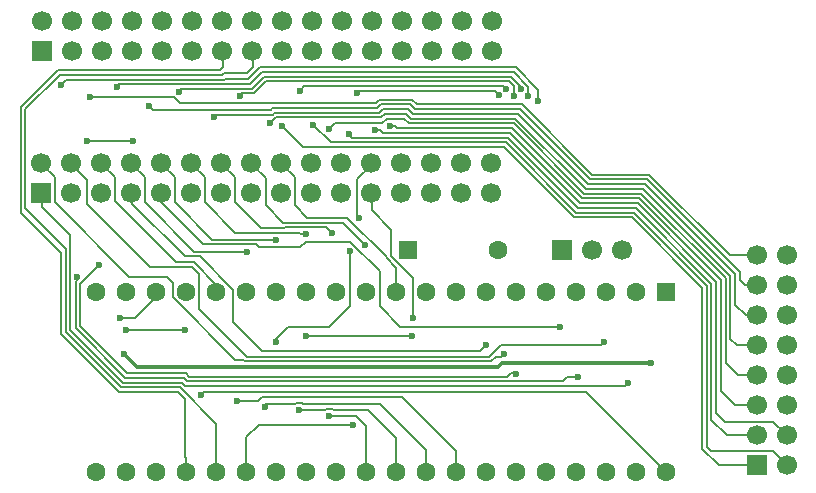
<source format=gbr>
%TF.GenerationSoftware,KiCad,Pcbnew,9.0.3*%
%TF.CreationDate,2025-09-27T11:53:30-04:00*%
%TF.ProjectId,6502-interposer,36353032-2d69-46e7-9465-72706f736572,rev?*%
%TF.SameCoordinates,Original*%
%TF.FileFunction,Copper,L2,Bot*%
%TF.FilePolarity,Positive*%
%FSLAX46Y46*%
G04 Gerber Fmt 4.6, Leading zero omitted, Abs format (unit mm)*
G04 Created by KiCad (PCBNEW 9.0.3) date 2025-09-27 11:53:30*
%MOMM*%
%LPD*%
G01*
G04 APERTURE LIST*
G04 Aperture macros list*
%AMRoundRect*
0 Rectangle with rounded corners*
0 $1 Rounding radius*
0 $2 $3 $4 $5 $6 $7 $8 $9 X,Y pos of 4 corners*
0 Add a 4 corners polygon primitive as box body*
4,1,4,$2,$3,$4,$5,$6,$7,$8,$9,$2,$3,0*
0 Add four circle primitives for the rounded corners*
1,1,$1+$1,$2,$3*
1,1,$1+$1,$4,$5*
1,1,$1+$1,$6,$7*
1,1,$1+$1,$8,$9*
0 Add four rect primitives between the rounded corners*
20,1,$1+$1,$2,$3,$4,$5,0*
20,1,$1+$1,$4,$5,$6,$7,0*
20,1,$1+$1,$6,$7,$8,$9,0*
20,1,$1+$1,$8,$9,$2,$3,0*%
G04 Aperture macros list end*
%TA.AperFunction,ComponentPad*%
%ADD10RoundRect,0.250000X-0.550000X-0.550000X0.550000X-0.550000X0.550000X0.550000X-0.550000X0.550000X0*%
%TD*%
%TA.AperFunction,ComponentPad*%
%ADD11C,1.600000*%
%TD*%
%TA.AperFunction,ComponentPad*%
%ADD12R,1.700000X1.700000*%
%TD*%
%TA.AperFunction,ComponentPad*%
%ADD13C,1.700000*%
%TD*%
%TA.AperFunction,ComponentPad*%
%ADD14RoundRect,0.250000X-0.550000X0.550000X-0.550000X-0.550000X0.550000X-0.550000X0.550000X0.550000X0*%
%TD*%
%TA.AperFunction,ViaPad*%
%ADD15C,0.600000*%
%TD*%
%TA.AperFunction,Conductor*%
%ADD16C,0.200000*%
%TD*%
%TA.AperFunction,Conductor*%
%ADD17C,0.300000*%
%TD*%
G04 APERTURE END LIST*
D10*
%TO.P,D1,1,K*%
%TO.N,/vcc2*%
X78690000Y-61000000D03*
D11*
%TO.P,D1,2,A*%
%TO.N,Net-(D1-A)*%
X86310000Y-61000000D03*
%TD*%
D12*
%TO.P,J2,1,CH-1*%
%TO.N,/A8*%
X47660000Y-44140000D03*
D13*
%TO.P,J2,2,CH-2*%
%TO.N,/A9*%
X50200000Y-44140000D03*
%TO.P,J2,3,CH-3*%
%TO.N,/A10*%
X52740000Y-44140000D03*
%TO.P,J2,4,CH-4*%
%TO.N,/A11*%
X55280000Y-44140000D03*
%TO.P,J2,5,CH-5*%
%TO.N,/A12*%
X57820000Y-44140000D03*
%TO.P,J2,6,CH-6*%
%TO.N,/A13*%
X60360000Y-44140000D03*
%TO.P,J2,7,CH-7*%
%TO.N,/A14*%
X62900000Y-44140000D03*
%TO.P,J2,8,CH-8*%
%TO.N,/A15*%
X65440000Y-44140000D03*
%TO.P,J2,9,CH-9*%
%TO.N,/Opt2.1*%
X67980000Y-44140000D03*
%TO.P,J2,10,CH-10*%
%TO.N,/Opt2.2*%
X70520000Y-44140000D03*
%TO.P,J2,11,CH-11*%
%TO.N,/Opt2.3*%
X73060000Y-44140000D03*
%TO.P,J2,12,CH-12*%
%TO.N,/Opt2.4*%
X75600000Y-44140000D03*
%TO.P,J2,13,3V3*%
%TO.N,unconnected-(J2-3V3-Pad13)*%
X78140000Y-44140000D03*
%TO.P,J2,14,5V0*%
%TO.N,/vcc2*%
X80680000Y-44140000D03*
%TO.P,J2,15,VRF*%
%TO.N,+5V*%
X83220000Y-44140000D03*
%TO.P,J2,16,GND*%
%TO.N,GND*%
X85760000Y-44140000D03*
X85760000Y-41600000D03*
%TO.P,J2,18,TRG*%
%TO.N,unconnected-(J2-TRG-Pad18)*%
X83220000Y-41600000D03*
%TO.P,J2,19,5V0*%
%TO.N,/vcc2*%
X80680000Y-41600000D03*
%TO.P,J2,20,3V3*%
%TO.N,unconnected-(J2-3V3-Pad20)*%
X78140000Y-41600000D03*
%TO.P,J2,21,CH-13*%
%TO.N,/Opt2.5*%
X75600000Y-41600000D03*
%TO.P,J2,22,CH-14*%
%TO.N,/Opt2.6*%
X73060000Y-41600000D03*
%TO.P,J2,23,CH-15*%
%TO.N,/Opt2.7*%
X70520000Y-41600000D03*
%TO.P,J2,24,CH-16*%
%TO.N,/Opt2.8*%
X67980000Y-41600000D03*
%TO.P,J2,25,CH-17*%
%TO.N,/Opt2.9*%
X65440000Y-41600000D03*
%TO.P,J2,26,CH-18*%
%TO.N,/Opt2.10*%
X62900000Y-41600000D03*
%TO.P,J2,27,CH-19*%
%TO.N,/Opt2.11*%
X60360000Y-41600000D03*
%TO.P,J2,28,CH-20*%
%TO.N,/Opt2.12*%
X57820000Y-41600000D03*
%TO.P,J2,29,CH-21*%
%TO.N,/Opt2.13*%
X55280000Y-41600000D03*
%TO.P,J2,30,CH-22*%
%TO.N,/Opt2.14*%
X52740000Y-41600000D03*
%TO.P,J2,31,CH-23*%
%TO.N,/Opt2.15*%
X50200000Y-41600000D03*
%TO.P,J2,32,CH-24*%
%TO.N,/Opt2.16*%
X47660000Y-41600000D03*
%TD*%
D12*
%TO.P,JP1,1,A*%
%TO.N,unconnected-(JP1-A-Pad1)*%
X91670000Y-61000000D03*
D13*
%TO.P,JP1,2,C*%
%TO.N,+5V*%
X94210000Y-61000000D03*
%TO.P,JP1,3,B*%
%TO.N,Net-(D1-A)*%
X96750000Y-61000000D03*
%TD*%
D14*
%TO.P,U1,1,VSS*%
%TO.N,GND*%
X100500000Y-64510000D03*
D11*
%TO.P,U1,2,RDY*%
%TO.N,/RDY*%
X97960000Y-64510000D03*
%TO.P,U1,3,\u03D51*%
%TO.N,/\u03D51*%
X95420000Y-64510000D03*
%TO.P,U1,4,~{IRQ}*%
%TO.N,/~{IRQ}*%
X92880000Y-64510000D03*
%TO.P,U1,5,nc*%
%TO.N,unconnected-(U1-nc-Pad5)*%
X90340000Y-64510000D03*
%TO.P,U1,6,~{NMI}*%
%TO.N,/~{NMI}*%
X87800000Y-64510000D03*
%TO.P,U1,7,SYNC*%
%TO.N,/SYNC*%
X85260000Y-64510000D03*
%TO.P,U1,8,VCC*%
%TO.N,+5V*%
X82720000Y-64510000D03*
%TO.P,U1,9,A0*%
%TO.N,/A0*%
X80180000Y-64510000D03*
%TO.P,U1,10,A1*%
%TO.N,/A1*%
X77640000Y-64510000D03*
%TO.P,U1,11,A2*%
%TO.N,/A2*%
X75100000Y-64510000D03*
%TO.P,U1,12,A3*%
%TO.N,/A3*%
X72560000Y-64510000D03*
%TO.P,U1,13,A4*%
%TO.N,/A4*%
X70020000Y-64510000D03*
%TO.P,U1,14,A5*%
%TO.N,/A5*%
X67480000Y-64510000D03*
%TO.P,U1,15,A6*%
%TO.N,/A6*%
X64940000Y-64510000D03*
%TO.P,U1,16,A7*%
%TO.N,/A7*%
X62400000Y-64510000D03*
%TO.P,U1,17,A8*%
%TO.N,/A8*%
X59860000Y-64510000D03*
%TO.P,U1,18,A9*%
%TO.N,/A9*%
X57320000Y-64510000D03*
%TO.P,U1,19,A10*%
%TO.N,/A10*%
X54780000Y-64510000D03*
%TO.P,U1,20,A11*%
%TO.N,/A11*%
X52240000Y-64510000D03*
%TO.P,U1,21,VSS*%
%TO.N,GND*%
X52240000Y-79750000D03*
%TO.P,U1,22,A12*%
%TO.N,/A12*%
X54780000Y-79750000D03*
%TO.P,U1,23,A13*%
%TO.N,/A13*%
X57320000Y-79750000D03*
%TO.P,U1,24,A14*%
%TO.N,/A14*%
X59860000Y-79750000D03*
%TO.P,U1,25,A15*%
%TO.N,/A15*%
X62400000Y-79750000D03*
%TO.P,U1,26,D7*%
%TO.N,/D7*%
X64940000Y-79750000D03*
%TO.P,U1,27,D6*%
%TO.N,/D6*%
X67480000Y-79750000D03*
%TO.P,U1,28,D5*%
%TO.N,/D5*%
X70020000Y-79750000D03*
%TO.P,U1,29,D4*%
%TO.N,/D4*%
X72560000Y-79750000D03*
%TO.P,U1,30,D3*%
%TO.N,/D3*%
X75100000Y-79750000D03*
%TO.P,U1,31,D2*%
%TO.N,/D2*%
X77640000Y-79750000D03*
%TO.P,U1,32,D1*%
%TO.N,/D1*%
X80180000Y-79750000D03*
%TO.P,U1,33,D0*%
%TO.N,/D0*%
X82720000Y-79750000D03*
%TO.P,U1,34,R/~{W}*%
%TO.N,/R{slash}~{W}*%
X85260000Y-79750000D03*
%TO.P,U1,35,nc*%
%TO.N,unconnected-(U1-nc-Pad35)*%
X87800000Y-79750000D03*
%TO.P,U1,36,nc*%
%TO.N,unconnected-(U1-nc-Pad36)*%
X90340000Y-79750000D03*
%TO.P,U1,37,\u03D50*%
%TO.N,/\u03D50*%
X92880000Y-79750000D03*
%TO.P,U1,38,~{SO}*%
%TO.N,unconnected-(U1-~{SO}-Pad38)*%
X95420000Y-79750000D03*
%TO.P,U1,39,\u03D52*%
%TO.N,unconnected-(U1-\u03D52-Pad39)*%
X97960000Y-79750000D03*
%TO.P,U1,40,~{RES}*%
%TO.N,/~{RES}*%
X100500000Y-79750000D03*
%TD*%
D12*
%TO.P,J3,1,Pin_1*%
%TO.N,/Opt2.1*%
X108210000Y-79200000D03*
D13*
%TO.P,J3,2,Pin_2*%
%TO.N,/Opt2.2*%
X110750000Y-79200000D03*
%TO.P,J3,3,Pin_3*%
%TO.N,/Opt2.3*%
X108210000Y-76660000D03*
%TO.P,J3,4,Pin_4*%
%TO.N,/Opt2.4*%
X110750000Y-76660000D03*
%TO.P,J3,5,Pin_5*%
%TO.N,/Opt2.5*%
X108210000Y-74120000D03*
%TO.P,J3,6,Pin_6*%
%TO.N,/Opt2.6*%
X110750000Y-74120000D03*
%TO.P,J3,7,Pin_7*%
%TO.N,/Opt2.7*%
X108210000Y-71580000D03*
%TO.P,J3,8,Pin_8*%
%TO.N,/Opt2.8*%
X110750000Y-71580000D03*
%TO.P,J3,9,Pin_9*%
%TO.N,/Opt2.9*%
X108210000Y-69040000D03*
%TO.P,J3,10,Pin_10*%
%TO.N,/Opt2.10*%
X110750000Y-69040000D03*
%TO.P,J3,11,Pin_11*%
%TO.N,/Opt2.11*%
X108210000Y-66500000D03*
%TO.P,J3,12,Pin_12*%
%TO.N,/Opt2.12*%
X110750000Y-66500000D03*
%TO.P,J3,13,Pin_13*%
%TO.N,/Opt2.13*%
X108210000Y-63960000D03*
%TO.P,J3,14,Pin_14*%
%TO.N,/Opt2.14*%
X110750000Y-63960000D03*
%TO.P,J3,15,Pin_15*%
%TO.N,/Opt2.15*%
X108210000Y-61420000D03*
%TO.P,J3,16,Pin_16*%
%TO.N,/Opt2.16*%
X110750000Y-61420000D03*
%TD*%
D12*
%TO.P,J1,1,CH-1*%
%TO.N,/RDY*%
X47580000Y-56140000D03*
D13*
%TO.P,J1,2,CH-2*%
%TO.N,/~{IRQ}*%
X50120000Y-56140000D03*
%TO.P,J1,3,CH-3*%
%TO.N,/~{NMI}*%
X52660000Y-56140000D03*
%TO.P,J1,4,CH-4*%
%TO.N,/R{slash}~{W}*%
X55200000Y-56140000D03*
%TO.P,J1,5,CH-5*%
%TO.N,/\u03D50*%
X57740000Y-56140000D03*
%TO.P,J1,6,CH-6*%
%TO.N,/~{RES}*%
X60280000Y-56140000D03*
%TO.P,J1,7,CH-7*%
%TO.N,/D0*%
X62820000Y-56140000D03*
%TO.P,J1,8,CH-8*%
%TO.N,/D1*%
X65360000Y-56140000D03*
%TO.P,J1,9,CH-9*%
%TO.N,/D2*%
X67900000Y-56140000D03*
%TO.P,J1,10,CH-10*%
%TO.N,/D3*%
X70440000Y-56140000D03*
%TO.P,J1,11,CH-11*%
%TO.N,/D4*%
X72980000Y-56140000D03*
%TO.P,J1,12,CH-12*%
%TO.N,/D5*%
X75520000Y-56140000D03*
%TO.P,J1,13,3V3*%
%TO.N,unconnected-(J1-3V3-Pad13)*%
X78060000Y-56140000D03*
%TO.P,J1,14,5V0*%
%TO.N,/vcc2*%
X80600000Y-56140000D03*
%TO.P,J1,15,VRF*%
%TO.N,+5V*%
X83140000Y-56140000D03*
%TO.P,J1,16,GND*%
%TO.N,GND*%
X85680000Y-56140000D03*
%TO.P,J1,17,GND*%
X85680000Y-53600000D03*
%TO.P,J1,18,TRG*%
%TO.N,unconnected-(J1-TRG-Pad18)*%
X83140000Y-53600000D03*
%TO.P,J1,19,5V0*%
%TO.N,/vcc2*%
X80600000Y-53600000D03*
%TO.P,J1,20,3V3*%
%TO.N,unconnected-(J1-3V3-Pad20)*%
X78060000Y-53600000D03*
%TO.P,J1,21,CH-13*%
%TO.N,/D6*%
X75520000Y-53600000D03*
%TO.P,J1,22,CH-14*%
%TO.N,/D7*%
X72980000Y-53600000D03*
%TO.P,J1,23,CH-15*%
%TO.N,/A0*%
X70440000Y-53600000D03*
%TO.P,J1,24,CH-16*%
%TO.N,/A1*%
X67900000Y-53600000D03*
%TO.P,J1,25,CH-17*%
%TO.N,/A2*%
X65360000Y-53600000D03*
%TO.P,J1,26,CH-18*%
%TO.N,/A3*%
X62820000Y-53600000D03*
%TO.P,J1,27,CH-19*%
%TO.N,/A4*%
X60280000Y-53600000D03*
%TO.P,J1,28,CH-20*%
%TO.N,/A5*%
X57740000Y-53600000D03*
%TO.P,J1,29,CH-21*%
%TO.N,/A6*%
X55200000Y-53600000D03*
%TO.P,J1,30,CH-22*%
%TO.N,/A7*%
X52660000Y-53600000D03*
%TO.P,J1,31,CH-23*%
%TO.N,/\u03D51*%
X50120000Y-53600000D03*
%TO.P,J1,32,CH-24*%
%TO.N,/SYNC*%
X47580000Y-53600000D03*
%TD*%
D15*
%TO.N,/SYNC*%
X86750000Y-69750000D03*
%TO.N,/\u03D51*%
X95250000Y-68750000D03*
%TO.N,/Opt2.9*%
X67000000Y-50250000D03*
%TO.N,/Opt2.16*%
X89668315Y-48331685D03*
X49250000Y-47001000D03*
%TO.N,/Opt2.6*%
X74311000Y-47704000D03*
X86380000Y-47890000D03*
%TO.N,/Opt2.11*%
X62250000Y-49750000D03*
%TO.N,/Opt2.15*%
X51750000Y-48000000D03*
%TO.N,/Opt2.13*%
X56750000Y-48750000D03*
%TO.N,/Opt2.12*%
X88194043Y-47335680D03*
X59250000Y-47553000D03*
%TO.N,/Opt2.3*%
X73625000Y-51125000D03*
%TO.N,/Opt2.14*%
X53991000Y-47152000D03*
X88850000Y-47968658D03*
%TO.N,/Opt2.2*%
X70620000Y-50370000D03*
%TO.N,/Opt2.5*%
X77098357Y-50447000D03*
%TO.N,/Opt2.8*%
X69469000Y-47500000D03*
X86923535Y-47303000D03*
%TO.N,/Opt2.7*%
X72000000Y-50750000D03*
%TO.N,/Opt2.4*%
X75854634Y-50848000D03*
%TO.N,/D7*%
X74000000Y-75750000D03*
%TO.N,/D2*%
X69420000Y-74500000D03*
%TO.N,/D3*%
X72000000Y-75000000D03*
%TO.N,/RDY*%
X97250000Y-72250000D03*
%TO.N,/A6*%
X65000000Y-61101000D03*
%TO.N,/A8*%
X54750000Y-67750000D03*
X59750000Y-67750000D03*
%TO.N,/D5*%
X79079000Y-66750000D03*
X70000000Y-68250000D03*
X79000000Y-68250000D03*
%TO.N,/A2*%
X75003093Y-60576952D03*
%TO.N,/A11*%
X51500000Y-51750000D03*
X55380000Y-51750000D03*
%TO.N,/\u03D50*%
X91500000Y-67500000D03*
%TO.N,/A4*%
X70020000Y-59652000D03*
%TO.N,/D1*%
X66500000Y-74250000D03*
%TO.N,/D0*%
X64182285Y-73750000D03*
%TO.N,/A9*%
X54250000Y-66750000D03*
%TO.N,/~{RES}*%
X61125000Y-73250000D03*
%TO.N,/A5*%
X67459412Y-60100000D03*
%TO.N,/R{slash}~{W}*%
X85250000Y-69000000D03*
%TO.N,/A3*%
X72200735Y-59549265D03*
%TO.N,GND*%
X99250000Y-70500000D03*
X54600000Y-69800000D03*
%TO.N,/~{NMI}*%
X52500000Y-62250000D03*
X87750000Y-71499000D03*
%TO.N,/~{IRQ}*%
X93000000Y-71750000D03*
X50652000Y-63249473D03*
%TO.N,/D6*%
X67500000Y-68750000D03*
X73700735Y-61049265D03*
X74500000Y-58250000D03*
%TO.N,/Opt2.10*%
X64406171Y-47902000D03*
X87581000Y-47968658D03*
%TO.N,/Opt2.1*%
X68000000Y-50500000D03*
%TD*%
D16*
%TO.N,/SYNC*%
X86500000Y-70000000D02*
X86750000Y-69750000D01*
X86067100Y-70000000D02*
X86500000Y-70000000D01*
%TO.N,/\u03D51*%
X95000000Y-69000000D02*
X95250000Y-68750000D01*
X86500000Y-69000000D02*
X95000000Y-69000000D01*
%TO.N,/\u03D50*%
X69503000Y-60750000D02*
X65999000Y-60750000D01*
X91500000Y-67500000D02*
X78000000Y-67500000D01*
X78000000Y-67500000D02*
X76250000Y-65750000D01*
X76250000Y-65750000D02*
X76250000Y-62750000D01*
X76250000Y-62750000D02*
X73753000Y-60253000D01*
X70000000Y-60253000D02*
X69503000Y-60750000D01*
X73753000Y-60253000D02*
X70000000Y-60253000D01*
X65999000Y-60750000D02*
X65750000Y-60501000D01*
X65750000Y-60501000D02*
X61318100Y-60501000D01*
X61318100Y-60501000D02*
X57840000Y-57022900D01*
X57840000Y-57022900D02*
X57840000Y-56290000D01*
%TO.N,/\u03D51*%
X51509000Y-55039000D02*
X51509000Y-57109000D01*
X51509000Y-57109000D02*
X56808550Y-62408550D01*
X60961000Y-63028100D02*
X60961000Y-65961000D01*
X60961000Y-65961000D02*
X65000000Y-70000000D01*
X56808550Y-62408550D02*
X60341450Y-62408550D01*
X60341450Y-62408550D02*
X60961000Y-63028100D01*
X50220000Y-53750000D02*
X51509000Y-55039000D01*
X65000000Y-70000000D02*
X85500000Y-70000000D01*
X85500000Y-70000000D02*
X86500000Y-69000000D01*
%TO.N,/SYNC*%
X64042950Y-70250000D02*
X64682900Y-70250000D01*
X64833900Y-70401000D02*
X85666100Y-70401000D01*
X85666100Y-70401000D02*
X86067100Y-70000000D01*
X55050000Y-63250000D02*
X58250000Y-63250000D01*
X64682900Y-70250000D02*
X64833900Y-70401000D01*
X58250000Y-63250000D02*
X58759000Y-63759000D01*
X58759000Y-64966050D02*
X64042950Y-70250000D01*
X48731000Y-56931000D02*
X55050000Y-63250000D01*
X47680000Y-53750000D02*
X48731000Y-54801000D01*
X48731000Y-54801000D02*
X48731000Y-56931000D01*
X58759000Y-63759000D02*
X58759000Y-64966050D01*
%TO.N,/Opt2.9*%
X78517100Y-49445000D02*
X78916100Y-49844000D01*
X98578800Y-55792000D02*
X105948000Y-63161200D01*
X93694600Y-55792000D02*
X98578800Y-55792000D01*
X76378314Y-49750000D02*
X76683314Y-49445000D01*
X78916100Y-49844000D02*
X87746600Y-49844000D01*
X67500000Y-49750000D02*
X76378314Y-49750000D01*
X105948000Y-63161200D02*
X105948000Y-68488000D01*
X76683314Y-49445000D02*
X78517100Y-49445000D01*
X106500000Y-69040000D02*
X108210000Y-69040000D01*
X87746600Y-49844000D02*
X93694600Y-55792000D01*
X67000000Y-50250000D02*
X67500000Y-49750000D01*
X105948000Y-68488000D02*
X106500000Y-69040000D01*
%TO.N,/Opt2.16*%
X64988314Y-46500000D02*
X64987314Y-46499000D01*
X63134200Y-46500000D02*
X63082200Y-46552000D01*
X49699000Y-46552000D02*
X49250000Y-47001000D01*
X86251700Y-45500000D02*
X66107100Y-45500000D01*
X59666043Y-46552000D02*
X59665043Y-46551000D01*
X63825028Y-46499000D02*
X63824028Y-46500000D01*
X58834957Y-46551000D02*
X58833957Y-46552000D01*
X89668315Y-48331685D02*
X89668315Y-47388587D01*
X87778728Y-45499000D02*
X86252700Y-45499000D01*
X53742057Y-46551000D02*
X53741057Y-46552000D01*
X54240943Y-46552000D02*
X54239943Y-46551000D01*
X89668315Y-47388587D02*
X87778728Y-45499000D01*
X58833957Y-46552000D02*
X54240943Y-46552000D01*
X59665043Y-46551000D02*
X58834957Y-46551000D01*
X64987314Y-46499000D02*
X63825028Y-46499000D01*
X63824028Y-46500000D02*
X63134200Y-46500000D01*
X66107100Y-45500000D02*
X65107100Y-46500000D01*
X53741057Y-46552000D02*
X49699000Y-46552000D01*
X86252700Y-45499000D02*
X86251700Y-45500000D01*
X63082200Y-46552000D02*
X59666043Y-46552000D01*
X65107100Y-46500000D02*
X64988314Y-46500000D01*
X54239943Y-46551000D02*
X53742057Y-46551000D01*
%TO.N,/Opt2.6*%
X85995000Y-47505000D02*
X74556000Y-47505000D01*
X74357000Y-47704000D02*
X74311000Y-47704000D01*
X74556000Y-47505000D02*
X74357000Y-47704000D01*
X86380000Y-47890000D02*
X85995000Y-47505000D01*
%TO.N,/Opt2.11*%
X67333900Y-49349000D02*
X76212214Y-49349000D01*
X62250000Y-49750000D02*
X62500000Y-49500000D01*
X76517214Y-49044000D02*
X78683200Y-49044000D01*
X87943000Y-49443000D02*
X93891000Y-55391000D01*
X93891000Y-55391000D02*
X98744900Y-55391000D01*
X106349000Y-62995100D02*
X106349000Y-65599000D01*
X67182900Y-49500000D02*
X67333900Y-49349000D01*
X98744900Y-55391000D02*
X106349000Y-62995100D01*
X78683200Y-49044000D02*
X79082200Y-49443000D01*
X79082200Y-49443000D02*
X87943000Y-49443000D01*
X107250000Y-66500000D02*
X108210000Y-66500000D01*
X62500000Y-49500000D02*
X67182900Y-49500000D01*
X76212214Y-49349000D02*
X76517214Y-49044000D01*
X106349000Y-65599000D02*
X107250000Y-66500000D01*
%TO.N,/Opt2.15*%
X88275200Y-48641000D02*
X94223200Y-54589000D01*
X51750000Y-48000000D02*
X58847057Y-48000000D01*
X58847057Y-48000000D02*
X59350057Y-48503000D01*
X76185014Y-48242000D02*
X79015400Y-48242000D01*
X108210000Y-61420000D02*
X108130000Y-61500000D01*
X79015400Y-48242000D02*
X79414400Y-48641000D01*
X94223200Y-54589000D02*
X99077100Y-54589000D01*
X105908100Y-61420000D02*
X108210000Y-61420000D01*
X75924014Y-48503000D02*
X76185014Y-48242000D01*
X99077100Y-54589000D02*
X105908100Y-61420000D01*
X79414400Y-48641000D02*
X88275200Y-48641000D01*
X59350057Y-48503000D02*
X75924014Y-48503000D01*
%TO.N,/Opt2.13*%
X106750000Y-62829000D02*
X106750000Y-63500000D01*
X106750000Y-63500000D02*
X107210000Y-63960000D01*
X76046114Y-48948000D02*
X76351114Y-48643000D01*
X56750000Y-48750000D02*
X57099000Y-49099000D01*
X79248300Y-49042000D02*
X88109100Y-49042000D01*
X107210000Y-63960000D02*
X108210000Y-63960000D01*
X88109100Y-49042000D02*
X94057100Y-54990000D01*
X108170000Y-64000000D02*
X108210000Y-63960000D01*
X67167800Y-48948000D02*
X76046114Y-48948000D01*
X67016800Y-49099000D02*
X67167800Y-48948000D01*
X57099000Y-49099000D02*
X67016800Y-49099000D01*
X76351114Y-48643000D02*
X78849300Y-48643000D01*
X94057100Y-54990000D02*
X98911000Y-54990000D01*
X78849300Y-48643000D02*
X79248300Y-49042000D01*
X98911000Y-54990000D02*
X106750000Y-62829000D01*
%TO.N,/Opt2.12*%
X64157228Y-47301000D02*
X64156228Y-47302000D01*
X64655114Y-47301000D02*
X64157228Y-47301000D01*
X64656114Y-47302000D02*
X64655114Y-47301000D01*
X64156228Y-47302000D02*
X63466400Y-47302000D01*
X87337165Y-46301000D02*
X86584900Y-46301000D01*
X59449000Y-47354000D02*
X59250000Y-47553000D01*
X63466400Y-47302000D02*
X63414400Y-47354000D01*
X63414400Y-47354000D02*
X59449000Y-47354000D01*
X88194043Y-47335680D02*
X88194043Y-47157878D01*
X86584900Y-46301000D02*
X86583900Y-46302000D01*
X66439300Y-46302000D02*
X65439300Y-47302000D01*
X65439300Y-47302000D02*
X64656114Y-47302000D01*
X86583900Y-46302000D02*
X66439300Y-46302000D01*
X88194043Y-47157878D02*
X87337165Y-46301000D01*
%TO.N,/Opt2.3*%
X73625000Y-51125000D02*
X73948000Y-51448000D01*
X87082200Y-51448000D02*
X93030200Y-57396000D01*
X104344000Y-75344000D02*
X105660000Y-76660000D01*
X73948000Y-51448000D02*
X87082200Y-51448000D01*
X97914400Y-57396000D02*
X104344000Y-63825600D01*
X104344000Y-63825600D02*
X104344000Y-75344000D01*
X93030200Y-57396000D02*
X97914400Y-57396000D01*
X105660000Y-76660000D02*
X108210000Y-76660000D01*
%TO.N,/Opt2.14*%
X88850000Y-47968658D02*
X88850000Y-47137372D01*
X66273200Y-45901000D02*
X65273200Y-46901000D01*
X54190000Y-46953000D02*
X53991000Y-47152000D01*
X59000057Y-46953000D02*
X54190000Y-46953000D01*
X87613628Y-45901000D02*
X87504265Y-45901000D01*
X64821214Y-46900000D02*
X63991128Y-46900000D01*
X63300300Y-46901000D02*
X63248300Y-46953000D01*
X59499943Y-46953000D02*
X59498943Y-46952000D01*
X87504265Y-45901000D02*
X87503265Y-45900000D01*
X59001057Y-46952000D02*
X59000057Y-46953000D01*
X59498943Y-46952000D02*
X59001057Y-46952000D01*
X63248300Y-46953000D02*
X59499943Y-46953000D01*
X63991128Y-46900000D02*
X63990128Y-46901000D01*
X87503265Y-45900000D02*
X86418800Y-45900000D01*
X86417800Y-45901000D02*
X66273200Y-45901000D01*
X86418800Y-45900000D02*
X86417800Y-45901000D01*
X64822214Y-46901000D02*
X64821214Y-46900000D01*
X65273200Y-46901000D02*
X64822214Y-46901000D01*
X63990128Y-46901000D02*
X63300300Y-46901000D01*
X88850000Y-47137372D02*
X87613628Y-45901000D01*
%TO.N,/Opt2.2*%
X70620000Y-50370000D02*
X72099000Y-51849000D01*
X97748300Y-57797000D02*
X103943000Y-63991700D01*
X104283550Y-77966450D02*
X109516450Y-77966450D01*
X103943000Y-77625900D02*
X104283550Y-77966450D01*
X72099000Y-51849000D02*
X86916100Y-51849000D01*
X92864100Y-57797000D02*
X97748300Y-57797000D01*
X103943000Y-63991700D02*
X103943000Y-77625900D01*
X86916100Y-51849000D02*
X92864100Y-57797000D01*
X109516450Y-77966450D02*
X110750000Y-79200000D01*
%TO.N,/Opt2.5*%
X77552000Y-50447000D02*
X77751000Y-50646000D01*
X77098357Y-50447000D02*
X77552000Y-50447000D01*
X105146000Y-63493400D02*
X105146000Y-72896000D01*
X75700000Y-41710000D02*
X75750000Y-41660000D01*
X98246600Y-56594000D02*
X105146000Y-63493400D01*
X77751000Y-50646000D02*
X87414400Y-50646000D01*
X105146000Y-72896000D02*
X106370000Y-74120000D01*
X87414400Y-50646000D02*
X93362400Y-56594000D01*
X106370000Y-74120000D02*
X108210000Y-74120000D01*
X93362400Y-56594000D02*
X98246600Y-56594000D01*
%TO.N,/Opt2.8*%
X86724535Y-47104000D02*
X69865000Y-47104000D01*
X69865000Y-47104000D02*
X69469000Y-47500000D01*
X86923535Y-47303000D02*
X86724535Y-47104000D01*
%TO.N,/Opt2.7*%
X105547000Y-70547000D02*
X106580000Y-71580000D01*
X98412700Y-56193000D02*
X105547000Y-63327300D01*
X76445414Y-50250000D02*
X76849414Y-49846000D01*
X105547000Y-63327300D02*
X105547000Y-70547000D01*
X75605691Y-50247000D02*
X76103577Y-50247000D01*
X75602691Y-50250000D02*
X75605691Y-50247000D01*
X72500000Y-50250000D02*
X75602691Y-50250000D01*
X76106577Y-50250000D02*
X76445414Y-50250000D01*
X72000000Y-50750000D02*
X72500000Y-50250000D01*
X76103577Y-50247000D02*
X76106577Y-50250000D01*
X87580500Y-50245000D02*
X93528500Y-56193000D01*
X78750000Y-50245000D02*
X87580500Y-50245000D01*
X76849414Y-49846000D02*
X78351000Y-49846000D01*
X106580000Y-71580000D02*
X108210000Y-71580000D01*
X78351000Y-49846000D02*
X78750000Y-50245000D01*
X93528500Y-56193000D02*
X98412700Y-56193000D01*
%TO.N,/Opt2.4*%
X93196300Y-56995000D02*
X98080500Y-56995000D01*
X104745000Y-74745000D02*
X105500000Y-75500000D01*
X87248300Y-51047000D02*
X93196300Y-56995000D01*
X75854634Y-50848000D02*
X76302000Y-50848000D01*
X104745000Y-63659500D02*
X104745000Y-74745000D01*
X105500000Y-75500000D02*
X109590000Y-75500000D01*
X76302000Y-50848000D02*
X76501000Y-51047000D01*
X98080500Y-56995000D02*
X104745000Y-63659500D01*
X109590000Y-75500000D02*
X110750000Y-76660000D01*
X76501000Y-51047000D02*
X87248300Y-51047000D01*
%TO.N,/D7*%
X66000000Y-75750000D02*
X64940000Y-76810000D01*
X64940000Y-76810000D02*
X64940000Y-79750000D01*
X74000000Y-75750000D02*
X66000000Y-75750000D01*
%TO.N,/A1*%
X70139000Y-58250000D02*
X73524670Y-58250000D01*
X76849000Y-61574330D02*
X76849000Y-61666100D01*
X69051000Y-57162000D02*
X70139000Y-58250000D01*
X73524670Y-58250000D02*
X76849000Y-61574330D01*
X77640000Y-62457100D02*
X77640000Y-64510000D01*
X69051000Y-54801000D02*
X69051000Y-57162000D01*
X68000000Y-53750000D02*
X69051000Y-54801000D01*
X76849000Y-61666100D02*
X77640000Y-62457100D01*
%TO.N,/D2*%
X77640000Y-76890000D02*
X77640000Y-79750000D01*
X72248943Y-74399000D02*
X72349943Y-74500000D01*
X72349943Y-74500000D02*
X75250000Y-74500000D01*
X71751057Y-74399000D02*
X72248943Y-74399000D01*
X71650057Y-74500000D02*
X71751057Y-74399000D01*
X75250000Y-74500000D02*
X77640000Y-76890000D01*
X69420000Y-74500000D02*
X71650057Y-74500000D01*
%TO.N,/D3*%
X72000000Y-75000000D02*
X74250000Y-75000000D01*
X74250000Y-75000000D02*
X75100000Y-75850000D01*
X75100000Y-75850000D02*
X75100000Y-79750000D01*
%TO.N,/A7*%
X52760000Y-53750000D02*
X53811000Y-54801000D01*
X53811000Y-56811000D02*
X59000000Y-62000000D01*
X53811000Y-54801000D02*
X53811000Y-56811000D01*
X59000000Y-62000000D02*
X60500000Y-62000000D01*
X62400000Y-63900000D02*
X62400000Y-64510000D01*
X60500000Y-62000000D02*
X62400000Y-63900000D01*
%TO.N,/RDY*%
X47680000Y-57362900D02*
X47680000Y-56290000D01*
X54532200Y-72198000D02*
X50052000Y-67717800D01*
X59479900Y-72198000D02*
X54532200Y-72198000D01*
X97250000Y-72250000D02*
X97000000Y-72500000D01*
X50052000Y-59734900D02*
X47680000Y-57362900D01*
X50052000Y-67717800D02*
X50052000Y-59734900D01*
X97000000Y-72500000D02*
X59781900Y-72500000D01*
X59781900Y-72500000D02*
X59479900Y-72198000D01*
%TO.N,/A6*%
X55300000Y-53750000D02*
X56351000Y-54801000D01*
X56351000Y-54801000D02*
X56351000Y-56912000D01*
X60538000Y-61099000D02*
X64998000Y-61099000D01*
X64998000Y-61099000D02*
X65000000Y-61101000D01*
X56351000Y-56912000D02*
X60538000Y-61099000D01*
%TO.N,/A8*%
X59860000Y-65140000D02*
X59860000Y-64510000D01*
X54750000Y-67750000D02*
X59750000Y-67750000D01*
%TO.N,/D5*%
X77250000Y-61500000D02*
X79079000Y-63329000D01*
X75620000Y-56290000D02*
X75620000Y-57620000D01*
X79079000Y-63329000D02*
X79079000Y-66750000D01*
X77250000Y-59250000D02*
X77250000Y-61500000D01*
X75620000Y-57620000D02*
X77250000Y-59250000D01*
X70000000Y-68250000D02*
X79000000Y-68250000D01*
%TO.N,/A2*%
X68051000Y-58651000D02*
X66600000Y-57200000D01*
X75003093Y-60524307D02*
X73129786Y-58651000D01*
X73129786Y-58651000D02*
X68051000Y-58651000D01*
X66600000Y-57200000D02*
X66600000Y-54890000D01*
X66600000Y-54890000D02*
X65460000Y-53750000D01*
X75003093Y-60576952D02*
X75003093Y-60524307D01*
%TO.N,/A11*%
X51500000Y-51750000D02*
X55380000Y-51750000D01*
%TO.N,/A4*%
X69446000Y-59500000D02*
X69598000Y-59652000D01*
X61431000Y-54801000D02*
X61431000Y-56931000D01*
X61431000Y-56931000D02*
X64000000Y-59500000D01*
X64000000Y-59500000D02*
X69446000Y-59500000D01*
X69598000Y-59652000D02*
X70020000Y-59652000D01*
X60380000Y-53750000D02*
X61431000Y-54801000D01*
%TO.N,/A14*%
X54200000Y-73000000D02*
X49250000Y-68050000D01*
X49000000Y-45750000D02*
X62750000Y-45750000D01*
X62750000Y-45750000D02*
X63000000Y-45500000D01*
X59860000Y-79750000D02*
X59860000Y-78610000D01*
X59750000Y-78500000D02*
X59750000Y-73602300D01*
X63000000Y-45500000D02*
X63000000Y-44250000D01*
X45851000Y-57851000D02*
X45851000Y-48899000D01*
X59147700Y-73000000D02*
X54200000Y-73000000D01*
X49250000Y-61250000D02*
X45851000Y-57851000D01*
X49250000Y-68050000D02*
X49250000Y-61250000D01*
X45851000Y-48899000D02*
X49000000Y-45750000D01*
X59750000Y-73602300D02*
X59147700Y-73000000D01*
X59860000Y-78610000D02*
X59750000Y-78500000D01*
%TO.N,/D1*%
X69769943Y-74000000D02*
X71582957Y-74000000D01*
X76250000Y-74000000D02*
X80180000Y-77930000D01*
X69171057Y-73899000D02*
X69668943Y-73899000D01*
X80180000Y-77930000D02*
X80180000Y-79750000D01*
X71584957Y-73998000D02*
X72415043Y-73998000D01*
X71582957Y-74000000D02*
X71584957Y-73998000D01*
X69668943Y-73899000D02*
X69769943Y-74000000D01*
X69070057Y-74000000D02*
X69171057Y-73899000D01*
X72417043Y-74000000D02*
X76250000Y-74000000D01*
X66500000Y-74000000D02*
X69070057Y-74000000D01*
X66500000Y-74250000D02*
X66500000Y-74000000D01*
X72415043Y-73998000D02*
X72417043Y-74000000D01*
%TO.N,/D0*%
X65932900Y-73750000D02*
X66282900Y-73400000D01*
X66282900Y-73400000D02*
X78150000Y-73400000D01*
X82720000Y-77970000D02*
X82720000Y-79750000D01*
X64182285Y-73750000D02*
X65932900Y-73750000D01*
X78150000Y-73400000D02*
X82720000Y-77970000D01*
%TO.N,/A9*%
X54250000Y-66750000D02*
X55500000Y-66750000D01*
X55500000Y-66750000D02*
X57320000Y-64930000D01*
X57320000Y-64930000D02*
X57320000Y-64510000D01*
%TO.N,/~{RES}*%
X64016185Y-72985489D02*
X64348385Y-72985489D01*
X66115800Y-73000000D02*
X66116800Y-72999000D01*
X78316100Y-72999000D02*
X78317100Y-73000000D01*
X78317100Y-73000000D02*
X93750000Y-73000000D01*
X61125000Y-73250000D02*
X61125000Y-73125000D01*
X64362896Y-73000000D02*
X66115800Y-73000000D01*
X93750000Y-73000000D02*
X100500000Y-79750000D01*
X61125000Y-73125000D02*
X61250000Y-73000000D01*
X64348385Y-72985489D02*
X64362896Y-73000000D01*
X61250000Y-73000000D02*
X64001674Y-73000000D01*
X66116800Y-72999000D02*
X78316100Y-72999000D01*
X64001674Y-73000000D02*
X64016185Y-72985489D01*
%TO.N,/A5*%
X57840000Y-53750000D02*
X58891000Y-54801000D01*
X58891000Y-56900000D02*
X62091000Y-60100000D01*
X62091000Y-60100000D02*
X67459412Y-60100000D01*
X58891000Y-54801000D02*
X58891000Y-56900000D01*
%TO.N,/R{slash}~{W}*%
X63839000Y-64339000D02*
X61000000Y-61500000D01*
X55300000Y-57050000D02*
X55300000Y-56290000D01*
X61000000Y-61500000D02*
X59750000Y-61500000D01*
X84750000Y-69500000D02*
X66250000Y-69500000D01*
X63839000Y-67089000D02*
X63839000Y-64339000D01*
X85250000Y-69000000D02*
X84750000Y-69500000D01*
X59750000Y-61500000D02*
X55300000Y-57050000D01*
X66250000Y-69500000D02*
X63839000Y-67089000D01*
%TO.N,/A3*%
X66170000Y-59099000D02*
X68187900Y-59099000D01*
X69770057Y-59052000D02*
X69771057Y-59051000D01*
X62920000Y-53750000D02*
X64000000Y-54830000D01*
X71703470Y-59052000D02*
X72200735Y-59549265D01*
X68234900Y-59052000D02*
X69770057Y-59052000D01*
X64000000Y-56929000D02*
X66170000Y-59099000D01*
X64000000Y-54830000D02*
X64000000Y-56929000D01*
X70268943Y-59051000D02*
X70269943Y-59052000D01*
X69771057Y-59051000D02*
X70268943Y-59051000D01*
X70269943Y-59052000D02*
X71703470Y-59052000D01*
X68187900Y-59099000D02*
X68234900Y-59052000D01*
D17*
%TO.N,GND*%
X86648000Y-70500000D02*
X86250000Y-70898000D01*
X99250000Y-70500000D02*
X86648000Y-70500000D01*
X55698000Y-70898000D02*
X54600000Y-69800000D01*
X86250000Y-70898000D02*
X55698000Y-70898000D01*
D16*
%TO.N,/A0*%
X80180000Y-64510000D02*
X79510000Y-64510000D01*
%TO.N,/~{NMI}*%
X59812100Y-71396000D02*
X54864400Y-71396000D01*
X50901000Y-67432600D02*
X50901000Y-63850416D01*
X87651000Y-71400000D02*
X87350000Y-71400000D01*
X87052000Y-71698000D02*
X60114100Y-71698000D01*
X87750000Y-71499000D02*
X87651000Y-71400000D01*
X51253000Y-63498416D02*
X51253000Y-63497000D01*
X87350000Y-71400000D02*
X87052000Y-71698000D01*
X54864400Y-71396000D02*
X50901000Y-67432600D01*
X51253000Y-63497000D02*
X52500000Y-62250000D01*
X60114100Y-71698000D02*
X59812100Y-71396000D01*
X50901000Y-63850416D02*
X51253000Y-63498416D01*
%TO.N,/~{IRQ}*%
X91781000Y-72099000D02*
X59948000Y-72099000D01*
X50500000Y-63682900D02*
X50652000Y-63530900D01*
X50652000Y-63530900D02*
X50652000Y-63249473D01*
X93000000Y-71750000D02*
X92130000Y-71750000D01*
X54698300Y-71797000D02*
X50500000Y-67598700D01*
X92130000Y-71750000D02*
X91781000Y-72099000D01*
X50500000Y-67598700D02*
X50500000Y-63682900D01*
X59646000Y-71797000D02*
X54698300Y-71797000D01*
X59948000Y-72099000D02*
X59646000Y-71797000D01*
%TO.N,/A15*%
X63067100Y-46000000D02*
X62916100Y-46151000D01*
X62916100Y-46151000D02*
X49166100Y-46151000D01*
X59313800Y-72599000D02*
X62400000Y-75685200D01*
X65540000Y-44250000D02*
X65540000Y-45500000D01*
X62400000Y-75685200D02*
X62400000Y-79750000D01*
X46252000Y-57452000D02*
X49651000Y-60851000D01*
X65040000Y-46000000D02*
X63067100Y-46000000D01*
X65540000Y-45500000D02*
X65040000Y-46000000D01*
X49651000Y-60851000D02*
X49651000Y-67883900D01*
X49166100Y-46151000D02*
X46252000Y-49065100D01*
X54366100Y-72599000D02*
X59313800Y-72599000D01*
X49651000Y-67883900D02*
X54366100Y-72599000D01*
X46252000Y-49065100D02*
X46252000Y-57452000D01*
%TO.N,/D6*%
X74369000Y-55001000D02*
X75620000Y-53750000D01*
X74369000Y-58119000D02*
X74369000Y-55001000D01*
X73750000Y-61098530D02*
X73700735Y-61049265D01*
X67500000Y-68500000D02*
X68500000Y-67500000D01*
X74500000Y-58250000D02*
X74369000Y-58119000D01*
X72000000Y-67500000D02*
X73750000Y-65750000D01*
X68500000Y-67500000D02*
X72000000Y-67500000D01*
X73750000Y-65750000D02*
X73750000Y-61098530D01*
X67500000Y-68750000D02*
X67500000Y-68500000D01*
%TO.N,/Opt2.10*%
X87581000Y-47968658D02*
X87594043Y-47955615D01*
X64605171Y-47703000D02*
X64406171Y-47902000D01*
X86751000Y-46702000D02*
X86750000Y-46703000D01*
X86750000Y-46703000D02*
X66605400Y-46703000D01*
X87171065Y-46702000D02*
X86751000Y-46702000D01*
X87594043Y-47124978D02*
X87171065Y-46702000D01*
X65605400Y-47703000D02*
X64605171Y-47703000D01*
X87594043Y-47955615D02*
X87594043Y-47124978D01*
X66605400Y-46703000D02*
X65605400Y-47703000D01*
%TO.N,/Opt2.1*%
X69750000Y-52250000D02*
X86750000Y-52250000D01*
X103542000Y-77792000D02*
X104950000Y-79200000D01*
X86750000Y-52250000D02*
X92698000Y-58198000D01*
X104950000Y-79200000D02*
X108210000Y-79200000D01*
X92698000Y-58198000D02*
X97582200Y-58198000D01*
X68081000Y-50581000D02*
X69750000Y-52250000D01*
X103542000Y-64157800D02*
X103542000Y-77792000D01*
X97582200Y-58198000D02*
X103542000Y-64157800D01*
%TD*%
M02*

</source>
